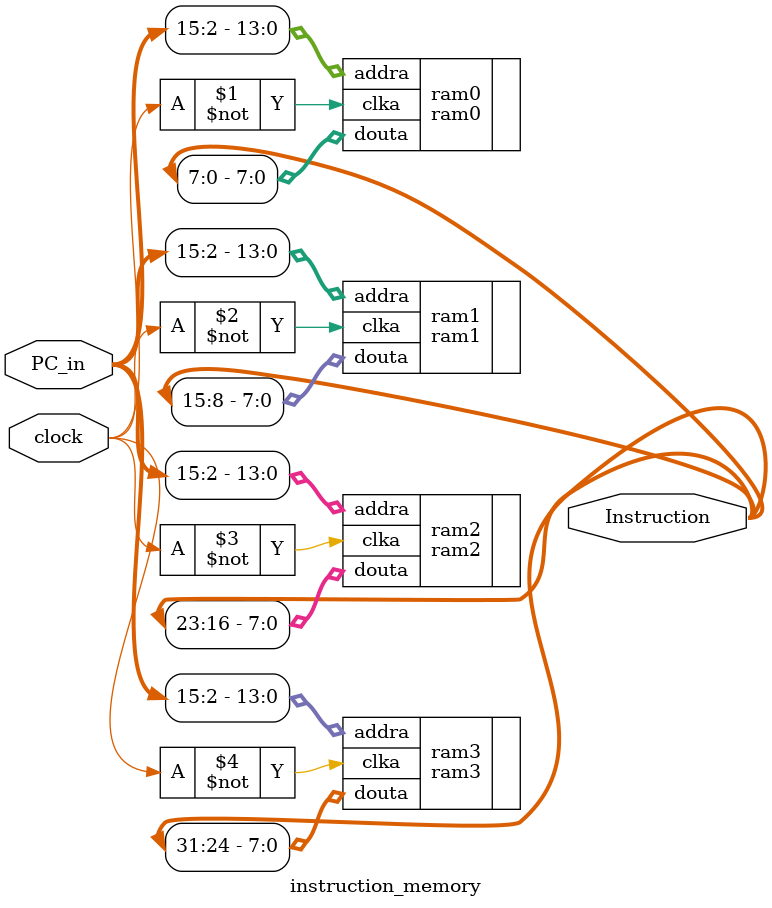
<source format=v>
`timescale 1ns / 1ps


module instruction_memory(//instruction reg
    clock,
    PC_in,
    Instruction
    );
    
    input [31:0] PC_in;
    input clock;
    output [31:0] Instruction;
    
    ram0 ram0(.clka(~clock),
              .addra(PC_in[15:2]),
              .douta(Instruction[7:0]));
              
    ram1 ram1(.clka(~clock),
              .addra(PC_in[15:2]),
              .douta(Instruction[15:8]));    
              
    ram2 ram2(.clka(~clock),
              .addra(PC_in[15:2]),
              .douta(Instruction[23:16]));
                        
    ram3 ram3(.clka(~clock),
              .addra(PC_in[15:2]),
              .douta(Instruction[31:24]));                                                
              
endmodule

</source>
